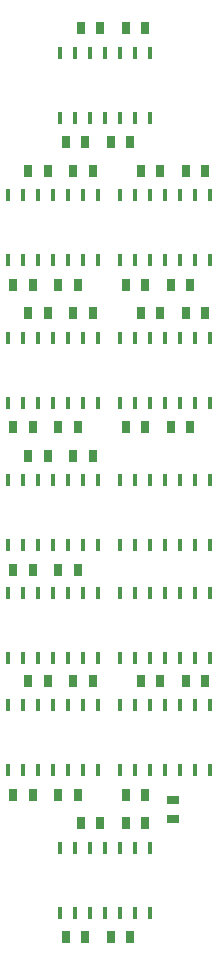
<source format=gbr>
G04 EAGLE Gerber RS-274X export*
G75*
%MOMM*%
%FSLAX34Y34*%
%LPD*%
%INSolderpaste Top*%
%IPPOS*%
%AMOC8*
5,1,8,0,0,1.08239X$1,22.5*%
G01*
G04 Define Apertures*
%ADD10R,0.457200X1.117600*%
%ADD11R,0.798700X0.973900*%
%ADD12R,0.973900X0.798700*%
D10*
X215900Y48768D03*
X228600Y48768D03*
X241300Y48768D03*
X254000Y48768D03*
X266700Y48768D03*
X279400Y48768D03*
X292100Y48768D03*
X292100Y103632D03*
X279400Y103632D03*
X266700Y103632D03*
X254000Y103632D03*
X241300Y103632D03*
X228600Y103632D03*
X215900Y103632D03*
X171450Y169418D03*
X184150Y169418D03*
X196850Y169418D03*
X209550Y169418D03*
X222250Y169418D03*
X234950Y169418D03*
X247650Y169418D03*
X247650Y224282D03*
X234950Y224282D03*
X222250Y224282D03*
X209550Y224282D03*
X196850Y224282D03*
X184150Y224282D03*
X171450Y224282D03*
D11*
X274852Y27940D03*
X258548Y27940D03*
X271248Y124460D03*
X287552Y124460D03*
X233148Y124460D03*
X249452Y124460D03*
X192302Y148590D03*
X175998Y148590D03*
X230402Y148590D03*
X214098Y148590D03*
X226798Y245110D03*
X243102Y245110D03*
X188698Y245110D03*
X205002Y245110D03*
D10*
X266700Y169418D03*
X279400Y169418D03*
X292100Y169418D03*
X304800Y169418D03*
X317500Y169418D03*
X330200Y169418D03*
X342900Y169418D03*
X342900Y224282D03*
X330200Y224282D03*
X317500Y224282D03*
X304800Y224282D03*
X292100Y224282D03*
X279400Y224282D03*
X266700Y224282D03*
D11*
X287552Y148590D03*
X271248Y148590D03*
D12*
X311150Y127738D03*
X311150Y144042D03*
D11*
X322048Y245110D03*
X338352Y245110D03*
X283948Y245110D03*
X300252Y245110D03*
D10*
X171450Y359918D03*
X184150Y359918D03*
X196850Y359918D03*
X209550Y359918D03*
X222250Y359918D03*
X234950Y359918D03*
X247650Y359918D03*
X247650Y414782D03*
X234950Y414782D03*
X222250Y414782D03*
X209550Y414782D03*
X196850Y414782D03*
X184150Y414782D03*
X171450Y414782D03*
D11*
X236752Y27940D03*
X220448Y27940D03*
X192302Y339090D03*
X175998Y339090D03*
X230402Y339090D03*
X214098Y339090D03*
X226798Y435610D03*
X243102Y435610D03*
X188698Y435610D03*
X205002Y435610D03*
D10*
X171450Y480568D03*
X184150Y480568D03*
X196850Y480568D03*
X209550Y480568D03*
X222250Y480568D03*
X234950Y480568D03*
X247650Y480568D03*
X247650Y535432D03*
X234950Y535432D03*
X222250Y535432D03*
X209550Y535432D03*
X196850Y535432D03*
X184150Y535432D03*
X171450Y535432D03*
D11*
X192302Y459740D03*
X175998Y459740D03*
X230402Y459740D03*
X214098Y459740D03*
X188698Y556260D03*
X205002Y556260D03*
X226798Y556260D03*
X243102Y556260D03*
D10*
X266700Y480568D03*
X279400Y480568D03*
X292100Y480568D03*
X304800Y480568D03*
X317500Y480568D03*
X330200Y480568D03*
X342900Y480568D03*
X342900Y535432D03*
X330200Y535432D03*
X317500Y535432D03*
X304800Y535432D03*
X292100Y535432D03*
X279400Y535432D03*
X266700Y535432D03*
D11*
X287552Y459740D03*
X271248Y459740D03*
X325652Y459740D03*
X309348Y459740D03*
X322048Y556260D03*
X338352Y556260D03*
X283948Y556260D03*
X300252Y556260D03*
D10*
X171450Y601218D03*
X184150Y601218D03*
X196850Y601218D03*
X209550Y601218D03*
X222250Y601218D03*
X234950Y601218D03*
X247650Y601218D03*
X247650Y656082D03*
X234950Y656082D03*
X222250Y656082D03*
X209550Y656082D03*
X196850Y656082D03*
X184150Y656082D03*
X171450Y656082D03*
D11*
X192302Y580390D03*
X175998Y580390D03*
D10*
X266700Y601218D03*
X279400Y601218D03*
X292100Y601218D03*
X304800Y601218D03*
X317500Y601218D03*
X330200Y601218D03*
X342900Y601218D03*
X342900Y656082D03*
X330200Y656082D03*
X317500Y656082D03*
X304800Y656082D03*
X292100Y656082D03*
X279400Y656082D03*
X266700Y656082D03*
D11*
X230402Y580390D03*
X214098Y580390D03*
X226798Y676910D03*
X243102Y676910D03*
X188698Y676910D03*
X205002Y676910D03*
X287552Y580390D03*
X271248Y580390D03*
X325652Y580390D03*
X309348Y580390D03*
D10*
X215900Y721868D03*
X228600Y721868D03*
X241300Y721868D03*
X254000Y721868D03*
X266700Y721868D03*
X279400Y721868D03*
X292100Y721868D03*
X292100Y776732D03*
X279400Y776732D03*
X266700Y776732D03*
X254000Y776732D03*
X241300Y776732D03*
X228600Y776732D03*
X215900Y776732D03*
D11*
X236752Y701040D03*
X220448Y701040D03*
X274852Y701040D03*
X258548Y701040D03*
X271248Y797560D03*
X287552Y797560D03*
X233148Y797560D03*
X249452Y797560D03*
D10*
X266700Y359918D03*
X279400Y359918D03*
X292100Y359918D03*
X304800Y359918D03*
X317500Y359918D03*
X330200Y359918D03*
X342900Y359918D03*
X342900Y414782D03*
X330200Y414782D03*
X317500Y414782D03*
X304800Y414782D03*
X292100Y414782D03*
X279400Y414782D03*
X266700Y414782D03*
X266700Y264668D03*
X279400Y264668D03*
X292100Y264668D03*
X304800Y264668D03*
X317500Y264668D03*
X330200Y264668D03*
X342900Y264668D03*
X342900Y319532D03*
X330200Y319532D03*
X317500Y319532D03*
X304800Y319532D03*
X292100Y319532D03*
X279400Y319532D03*
X266700Y319532D03*
X171450Y264668D03*
X184150Y264668D03*
X196850Y264668D03*
X209550Y264668D03*
X222250Y264668D03*
X234950Y264668D03*
X247650Y264668D03*
X247650Y319532D03*
X234950Y319532D03*
X222250Y319532D03*
X209550Y319532D03*
X196850Y319532D03*
X184150Y319532D03*
X171450Y319532D03*
D11*
X322048Y676910D03*
X338352Y676910D03*
X283948Y676910D03*
X300252Y676910D03*
M02*

</source>
